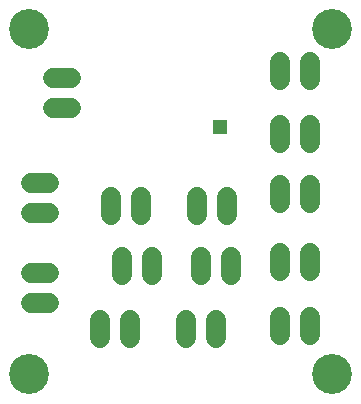
<source format=gbs>
G75*
%MOIN*%
%OFA0B0*%
%FSLAX24Y24*%
%IPPOS*%
%LPD*%
%AMOC8*
5,1,8,0,0,1.08239X$1,22.5*
%
%ADD10C,0.1330*%
%ADD11C,0.0680*%
%ADD12R,0.0476X0.0476*%
D10*
X001100Y001100D03*
X011225Y001100D03*
X011225Y012600D03*
X001100Y012600D03*
D11*
X001925Y010975D02*
X002525Y010975D01*
X002525Y009975D02*
X001925Y009975D01*
X001775Y007475D02*
X001175Y007475D01*
X001175Y006475D02*
X001775Y006475D01*
X001775Y004475D02*
X001175Y004475D01*
X001175Y003475D02*
X001775Y003475D01*
X003475Y002900D02*
X003475Y002300D01*
X004475Y002300D02*
X004475Y002900D01*
X004225Y004425D02*
X004225Y005025D01*
X005225Y005025D02*
X005225Y004425D01*
X006350Y002900D02*
X006350Y002300D01*
X007350Y002300D02*
X007350Y002900D01*
X006850Y004425D02*
X006850Y005025D01*
X007850Y005025D02*
X007850Y004425D01*
X009475Y004550D02*
X009475Y005150D01*
X010475Y005150D02*
X010475Y004550D01*
X010475Y003025D02*
X010475Y002425D01*
X009475Y002425D02*
X009475Y003025D01*
X007725Y006425D02*
X007725Y007025D01*
X006725Y007025D02*
X006725Y006425D01*
X004850Y006425D02*
X004850Y007025D01*
X003850Y007025D02*
X003850Y006425D01*
X009475Y006800D02*
X009475Y007400D01*
X010475Y007400D02*
X010475Y006800D01*
X010475Y008800D02*
X010475Y009400D01*
X009475Y009400D02*
X009475Y008800D01*
X009475Y010925D02*
X009475Y011525D01*
X010475Y011525D02*
X010475Y010925D01*
D12*
X007475Y009350D03*
M02*

</source>
